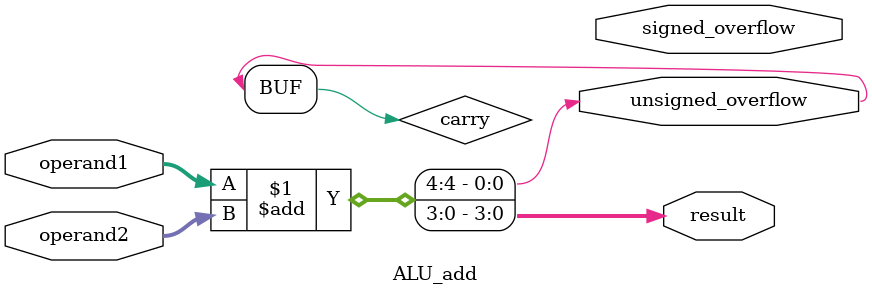
<source format=v>
`timescale 1ns / 1ps


module ALU_add #(
    parameter DATA_WIDTH = 4
)(
    input  [DATA_WIDTH -1 : 0] operand1,
    input  [DATA_WIDTH -1 : 0] operand2,
    output signed_overflow,
    output unsigned_overflow,
    output [DATA_WIDTH -1 : 0] result
);
    // overflow and result
    wire carry;
    assign {carry, result[DATA_WIDTH -1 : 0]} = operand1[DATA_WIDTH -1 : 0] + operand2[DATA_WIDTH -1 : 0];

    // unsigned_overflow
    assign unsigned_overflow = carry;
endmodule

</source>
